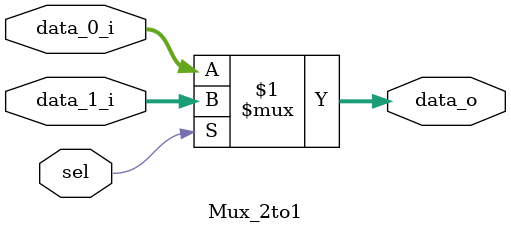
<source format=v>
module Mux_2to1 #(
	parameter mux_size = 32
)(
	input [mux_size - 1 : 0] data_0_i,
	input [mux_size - 1 : 0] data_1_i,
	input sel,
	output [mux_size - 1 : 0] data_o
);

assign data_o = sel ? data_1_i : data_0_i;

endmodule
</source>
